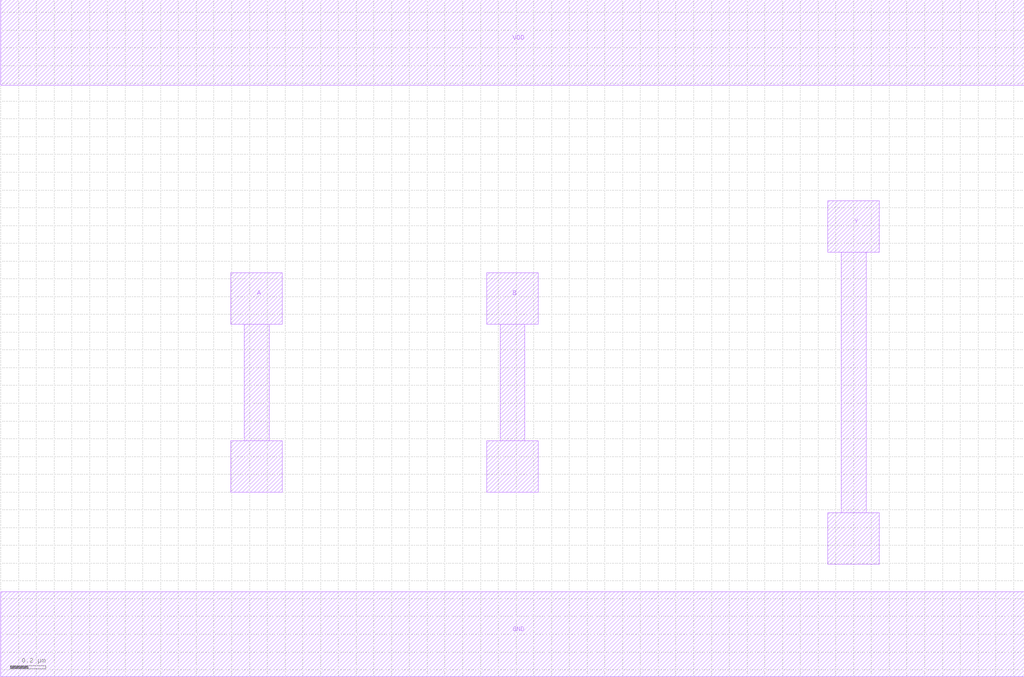
<source format=lef>
MACRO AND2X2
 CLASS CORE ;
 FOREIGN AND2X2 0 0 ;
 ORIGIN 0 0 ;
 SYMMETRY X Y R90 ;
 SITE CORE ;
  PIN VDD
   DIRECTION INOUT ;
   USE SIGNAL ;
   SHAPE ABUTMENT ;
    PORT
     CLASS CORE ;
       LAYER metal2 ;
        RECT 0.00000000 3.09000000 5.76000000 3.57000000 ;
    END
  END VDD

  PIN GND
   DIRECTION INOUT ;
   USE SIGNAL ;
   SHAPE ABUTMENT ;
    PORT
     CLASS CORE ;
       LAYER metal2 ;
        RECT 0.00000000 -0.24000000 5.76000000 0.24000000 ;
    END
  END GND

  PIN Y
   DIRECTION INOUT ;
   USE SIGNAL ;
   SHAPE ABUTMENT ;
    PORT
     CLASS CORE ;
       LAYER metal2 ;
        RECT 4.65500000 0.39500000 4.94500000 0.68500000 ;
        RECT 4.73000000 0.68500000 4.87000000 2.15000000 ;
        RECT 4.65500000 2.15000000 4.94500000 2.44000000 ;
    END
  END Y

  PIN B
   DIRECTION INOUT ;
   USE SIGNAL ;
   SHAPE ABUTMENT ;
    PORT
     CLASS CORE ;
       LAYER metal2 ;
        RECT 2.73500000 0.80000000 3.02500000 1.09000000 ;
        RECT 2.81000000 1.09000000 2.95000000 1.74500000 ;
        RECT 2.73500000 1.74500000 3.02500000 2.03500000 ;
    END
  END B

  PIN A
   DIRECTION INOUT ;
   USE SIGNAL ;
   SHAPE ABUTMENT ;
    PORT
     CLASS CORE ;
       LAYER metal2 ;
        RECT 1.29500000 0.80000000 1.58500000 1.09000000 ;
        RECT 1.37000000 1.09000000 1.51000000 1.74500000 ;
        RECT 1.29500000 1.74500000 1.58500000 2.03500000 ;
    END
  END A


END AND2X2

</source>
